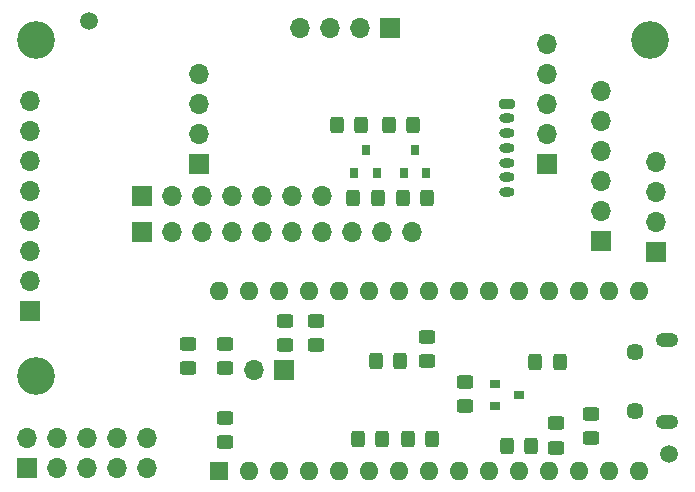
<source format=gbr>
%TF.GenerationSoftware,KiCad,Pcbnew,5.99.0-unknown-04793924d~104~ubuntu20.04.1*%
%TF.CreationDate,2020-11-08T20:52:43+01:00*%
%TF.ProjectId,co2mon,636f326d-6f6e-42e6-9b69-6361645f7063,rev?*%
%TF.SameCoordinates,Original*%
%TF.FileFunction,Soldermask,Bot*%
%TF.FilePolarity,Negative*%
%FSLAX46Y46*%
G04 Gerber Fmt 4.6, Leading zero omitted, Abs format (unit mm)*
G04 Created by KiCad (PCBNEW 5.99.0-unknown-04793924d~104~ubuntu20.04.1) date 2020-11-08 20:52:43*
%MOMM*%
%LPD*%
G01*
G04 APERTURE LIST*
G04 Aperture macros list*
%AMRoundRect*
0 Rectangle with rounded corners*
0 $1 Rounding radius*
0 $2 $3 $4 $5 $6 $7 $8 $9 X,Y pos of 4 corners*
0 Add a 4 corners polygon primitive as box body*
4,1,4,$2,$3,$4,$5,$6,$7,$8,$9,$2,$3,0*
0 Add four circle primitives for the rounded corners*
1,1,$1+$1,$2,$3,0*
1,1,$1+$1,$4,$5,0*
1,1,$1+$1,$6,$7,0*
1,1,$1+$1,$8,$9,0*
0 Add four rect primitives between the rounded corners*
20,1,$1+$1,$2,$3,$4,$5,0*
20,1,$1+$1,$4,$5,$6,$7,0*
20,1,$1+$1,$6,$7,$8,$9,0*
20,1,$1+$1,$8,$9,$2,$3,0*%
G04 Aperture macros list end*
%ADD10R,1.700000X1.700000*%
%ADD11O,1.700000X1.700000*%
%ADD12C,3.200000*%
%ADD13R,1.600000X1.600000*%
%ADD14O,1.600000X1.600000*%
%ADD15RoundRect,0.200000X-0.450000X0.200000X-0.450000X-0.200000X0.450000X-0.200000X0.450000X0.200000X0*%
%ADD16O,1.300000X0.800000*%
%ADD17C,1.450000*%
%ADD18O,1.900000X1.200000*%
%ADD19R,0.900000X0.800000*%
%ADD20RoundRect,0.250000X-0.450000X0.325000X-0.450000X-0.325000X0.450000X-0.325000X0.450000X0.325000X0*%
%ADD21C,1.500000*%
%ADD22RoundRect,0.250000X0.325000X0.450000X-0.325000X0.450000X-0.325000X-0.450000X0.325000X-0.450000X0*%
%ADD23RoundRect,0.250000X-0.325000X-0.450000X0.325000X-0.450000X0.325000X0.450000X-0.325000X0.450000X0*%
%ADD24R,0.800000X0.900000*%
%ADD25RoundRect,0.250000X0.450000X-0.325000X0.450000X0.325000X-0.450000X0.325000X-0.450000X-0.325000X0*%
G04 APERTURE END LIST*
D10*
%TO.C,J4*%
X140800000Y-115000000D03*
D11*
X140800000Y-112460000D03*
X140800000Y-109920000D03*
X140800000Y-107380000D03*
X140800000Y-104840000D03*
X140800000Y-102300000D03*
%TD*%
D12*
%TO.C,H1*%
X93000000Y-98000000D03*
%TD*%
D10*
%TO.C,JP1*%
X114000000Y-126000000D03*
D11*
X111460000Y-126000000D03*
%TD*%
D13*
%TO.C,A1*%
X108500000Y-134500000D03*
D14*
X111040000Y-134500000D03*
X113580000Y-134500000D03*
X116120000Y-134500000D03*
X118660000Y-134500000D03*
X121200000Y-134500000D03*
X123740000Y-134500000D03*
X126280000Y-134500000D03*
X128820000Y-134500000D03*
X131360000Y-134500000D03*
X133900000Y-134500000D03*
X136440000Y-134500000D03*
X138980000Y-134500000D03*
X141520000Y-134500000D03*
X144060000Y-134500000D03*
X144060000Y-119260000D03*
X141520000Y-119260000D03*
X138980000Y-119260000D03*
X136440000Y-119260000D03*
X133900000Y-119260000D03*
X131360000Y-119260000D03*
X128820000Y-119260000D03*
X126280000Y-119260000D03*
X123740000Y-119260000D03*
X121200000Y-119260000D03*
X118660000Y-119260000D03*
X116120000Y-119260000D03*
X113580000Y-119260000D03*
X111040000Y-119260000D03*
X108500000Y-119260000D03*
%TD*%
D12*
%TO.C,H3*%
X145000000Y-98000000D03*
%TD*%
%TO.C,H2*%
X93000000Y-126500000D03*
%TD*%
D10*
%TO.C,J3*%
X106760000Y-108500000D03*
D11*
X106760000Y-105960000D03*
X106760000Y-103420000D03*
X106760000Y-100880000D03*
%TD*%
D10*
%TO.C,J5*%
X102000000Y-114300000D03*
D11*
X104540000Y-114300000D03*
X107080000Y-114300000D03*
X109620000Y-114300000D03*
X112160000Y-114300000D03*
X114700000Y-114300000D03*
X117240000Y-114300000D03*
X119780000Y-114300000D03*
X122320000Y-114300000D03*
X124860000Y-114300000D03*
%TD*%
D10*
%TO.C,J9*%
X92200000Y-134300000D03*
D11*
X92200000Y-131760000D03*
X94740000Y-134300000D03*
X94740000Y-131760000D03*
X97280000Y-134300000D03*
X97280000Y-131760000D03*
X99820000Y-134300000D03*
X99820000Y-131760000D03*
X102360000Y-134300000D03*
X102360000Y-131760000D03*
%TD*%
D15*
%TO.C,J2*%
X132900000Y-103400000D03*
D16*
X132900000Y-104650000D03*
X132900000Y-105900000D03*
X132900000Y-107150000D03*
X132900000Y-108400000D03*
X132900000Y-109650000D03*
X132900000Y-110900000D03*
%TD*%
D10*
%TO.C,J6*%
X136300000Y-108500000D03*
D11*
X136300000Y-105960000D03*
X136300000Y-103420000D03*
X136300000Y-100880000D03*
X136300000Y-98340000D03*
%TD*%
D17*
%TO.C,J7*%
X143737500Y-124400000D03*
X143737500Y-129400000D03*
D18*
X146437500Y-130400000D03*
X146437500Y-123400000D03*
%TD*%
D10*
%TO.C,J1*%
X102000000Y-111200000D03*
D11*
X104540000Y-111200000D03*
X107080000Y-111200000D03*
X109620000Y-111200000D03*
X112160000Y-111200000D03*
X114700000Y-111200000D03*
X117240000Y-111200000D03*
%TD*%
D19*
%TO.C,Q3*%
X131900000Y-129050000D03*
X131900000Y-127150000D03*
X133900000Y-128100000D03*
%TD*%
D20*
%TO.C,R10*%
X109000000Y-123775000D03*
X109000000Y-125825000D03*
%TD*%
D10*
%TO.C,J10*%
X92500000Y-121000000D03*
D11*
X92500000Y-118460000D03*
X92500000Y-115920000D03*
X92500000Y-113380000D03*
X92500000Y-110840000D03*
X92500000Y-108300000D03*
X92500000Y-105760000D03*
X92500000Y-103220000D03*
%TD*%
D21*
%TO.C,FID3*%
X146600000Y-133100000D03*
%TD*%
D20*
%TO.C,R18*%
X126100000Y-123175000D03*
X126100000Y-125225000D03*
%TD*%
D10*
%TO.C,J8*%
X145500000Y-116000000D03*
D11*
X145500000Y-113460000D03*
X145500000Y-110920000D03*
X145500000Y-108380000D03*
%TD*%
D22*
%TO.C,R16*%
X134925000Y-132400000D03*
X132875000Y-132400000D03*
%TD*%
D23*
%TO.C,R7*%
X122875000Y-105200000D03*
X124925000Y-105200000D03*
%TD*%
D20*
%TO.C,R8*%
X140000000Y-129675000D03*
X140000000Y-131725000D03*
%TD*%
D23*
%TO.C,R6*%
X118475000Y-105200000D03*
X120525000Y-105200000D03*
%TD*%
D24*
%TO.C,Q2*%
X126050000Y-109300000D03*
X124150000Y-109300000D03*
X125100000Y-107300000D03*
%TD*%
D10*
%TO.C,J11*%
X123000000Y-97000000D03*
D11*
X120460000Y-97000000D03*
X117920000Y-97000000D03*
X115380000Y-97000000D03*
%TD*%
D20*
%TO.C,R14*%
X116700000Y-121775000D03*
X116700000Y-123825000D03*
%TD*%
D25*
%TO.C,R5*%
X137000000Y-132525000D03*
X137000000Y-130475000D03*
%TD*%
D24*
%TO.C,Q1*%
X121850000Y-109300000D03*
X119950000Y-109300000D03*
X120900000Y-107300000D03*
%TD*%
D20*
%TO.C,R15*%
X114100000Y-121775000D03*
X114100000Y-123825000D03*
%TD*%
%TO.C,R9*%
X105900000Y-123775000D03*
X105900000Y-125825000D03*
%TD*%
D22*
%TO.C,R3*%
X126125000Y-111400000D03*
X124075000Y-111400000D03*
%TD*%
%TO.C,R2*%
X121925000Y-111400000D03*
X119875000Y-111400000D03*
%TD*%
D25*
%TO.C,R4*%
X129300000Y-129025000D03*
X129300000Y-126975000D03*
%TD*%
D21*
%TO.C,FID2*%
X97500000Y-96400000D03*
%TD*%
D22*
%TO.C,R13*%
X123825000Y-125200000D03*
X121775000Y-125200000D03*
%TD*%
%TO.C,R12*%
X122325000Y-131800000D03*
X120275000Y-131800000D03*
%TD*%
D20*
%TO.C,R11*%
X109000000Y-130025000D03*
X109000000Y-132075000D03*
%TD*%
D22*
%TO.C,R1*%
X137325000Y-125300000D03*
X135275000Y-125300000D03*
%TD*%
%TO.C,R17*%
X126525000Y-131800000D03*
X124475000Y-131800000D03*
%TD*%
M02*

</source>
